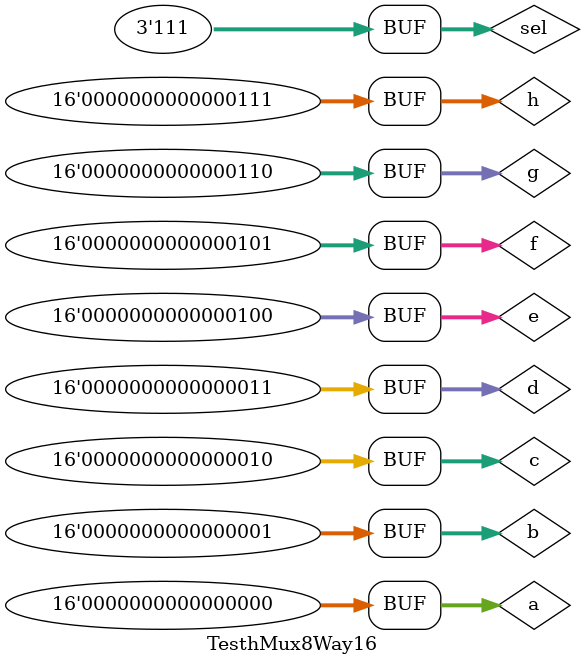
<source format=v>

`timescale 1ns / 1ps


module TesthMux8Way16;

	// Inputs
	reg [15:0] a;
	reg [15:0] b;
	reg [15:0] c;
	reg [15:0] d;
	reg [15:0] e;
	reg [15:0] f;
	reg [15:0] g;
	reg [15:0] h;
	reg [2:0] sel;

	// Outputs
	wire [15:0] out;

	// Instantiate the Unit Under Test (UUT)
	hMux8Way16 uut (
		.a(a), 
		.b(b), 
		.c(c), 
		.d(d), 
		.e(e), 
		.f(f), 
		.g(g), 
		.h(h), 
		.sel(sel), 
		.out(out)
	);

	initial begin
		// Initialize Inputs
		a = 0;
		b = 16'b01;
		c = 16'b10;
		d = 16'b11;
		e = 16'b100;
		f = 16'b101;
		g = 16'b110;
		h = 16'b111;
		sel = 0;

		// Wait 100 ns for global reset to finish
		#10;
        
		// Add stimulus here
		sel = 3'b000;
		
		#10;
		
		sel = 3'b001;
		
		#10;
		
		sel = 3'b010;
		
		#10;
		
		sel = 3'b011;
		
		#10;
		
		sel = 3'b100;
		
		#10;
		
		sel = 3'b101;
		
		#10;
		
		sel = 3'b110;
		
		#10;
		
		sel = 3'b111;
		
		#10;
	end
      
endmodule


</source>
